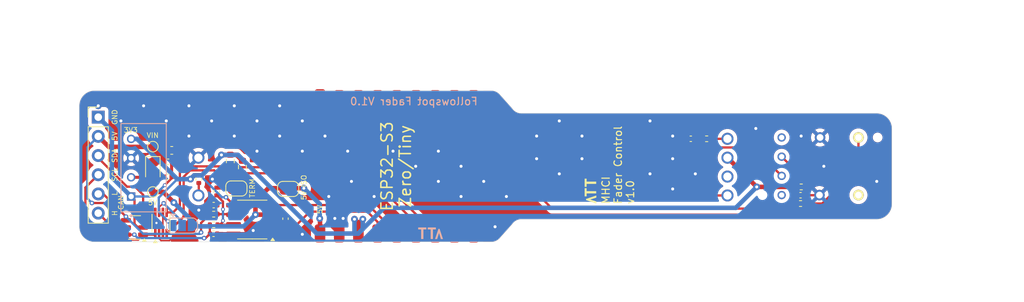
<source format=kicad_pcb>
(kicad_pcb (version 20240108) (generator "pcbnew") (generator_version "8.0")
  (layers (0 "F.Cu" signal) (31 "B.Cu" signal) (34 "B.Paste" user) (35 "F.Paste" user) (36 "B.SilkS" user "B.Silkscreen") (37 "F.SilkS" user "F.Silkscreen") (38 "B.Mask" user) (39 "F.Mask" user) (44 "Edge.Cuts" user))
  (net 0 "")
  (net 1 "+3V3")
  (net 2 "Net-(R1-A)")
  (net 3 "POT_LED")
  (net 4 "Net-(R1-Pad2)")
  (net 5 "Net-(SW1-A)")
  (net 6 "CANL")
  (net 7 "VIN")
  (net 8 "BUTTON_LED")
  (net 9 "Earth")
  (net 10 "POT")
  (net 11 "CANH")
  (net 12 "SDA")
  (net 13 "SCL")
  (net 14 "Net-(JP1-A)")
  (net 15 "/CANH_L")
  (net 16 "Net-(JP2-A)")
  (net 17 "/CANH_T")
  (net 18 "CAN_TX")
  (net 19 "CAN_RX")
  (net 20 "BUTTON")
  (net 21 "/ESP_32_GPIO_11")
  (net 22 "/ESP_32_UART_TX")
  (net 23 "/ESP_32_GPIO_12")
  (net 24 "+5V")
  (net 25 "/ESP_32_GPIO_13")
  (net 26 "/ESP_32_UART_RX")
  (net 27 "SDA_5")
  (net 28 "SCL_5")
  (net 29 "Net-(JP3-C)")
  (net 30 "/ESP_32_GPIO_06")
  (net 31 "/ESP_32_GPIO_05")
  (net 32 "GND")
  (footprint "Jumper:SolderJumper-2_P1.3mm_Open_RoundedPad1.0x1.5mm" (layer "F.Cu") (at 91.275 104.935)
    (property "Reference" "JP2" (hide yes))
    (property "Value" "Jumper_2_Open")
    (pad "1" smd custom (at -0.65 0) (size 1 0.5) (layers "F.Cu" "F.Mask") (net 16 "Net-(JP2-A)") (options (clearance outline) (anchor rect)) (primitives (gr_circle (center 0 0.25) (end 0.5 0.25) (width 0) (fill yes)) (gr_circle (center 0 -0.25) (end 0.5 -0.25) (width 0) (fill yes)) (gr_poly (pts (xy 0.5 0.75) (xy 0 0.75) (xy 0 -0.75) (xy 0.5 -0.75)) (width 0) (fill yes))))
    (pad "2" smd custom (at 0.65 0) (size 1 0.5) (layers "F.Cu" "F.Mask") (net 15 "/CANH_L") (options (clearance outline) (anchor rect)) (primitives (gr_circle (center 0 0.25) (end 0.5 0.25) (width 0) (fill yes)) (gr_circle (center 0 -0.25) (end 0.5 -0.25) (width 0) (fill yes)) (gr_poly (pts (xy 0 0.75) (xy -0.5 0.75) (xy -0.5 -0.75) (xy 0 -0.75)) (width 0) (fill yes))))
  )
  (footprint "Resistor_SMD:R_0402_1005Metric" (layer "F.Cu") (at 153.5 98.3625)
    (property "Reference" "R2" (hide yes))
    (property "Value" "220R")
    (pad "1" smd roundrect (at -0.51 0) (size 0.54 0.64) (layers "F.Cu" "F.Paste" "F.Mask") (net 10 "POT"))
    (pad "2" smd roundrect (at 0.51 0) (size 0.54 0.64) (layers "F.Cu" "F.Paste" "F.Mask") (net 4 "Net-(R1-Pad2)"))
  )
  (footprint "Capacitor_SMD:C_0402_1005Metric" (layer "F.Cu") (at 88.275 107.135 180)
    (property "Reference" "C2" (hide yes))
    (property "Value" "30pF")
    (pad "1" smd roundrect (at -0.48 0 180) (size 0.56 0.62) (layers "F.Cu" "F.Paste" "F.Mask") (net 32 "GND"))
    (pad "2" smd roundrect (at 0.48 0 180) (size 0.56 0.62) (layers "F.Cu" "F.Paste" "F.Mask") (net 6 "CANL"))
  )
  (footprint "Resistor_SMD:R_0402_1005Metric" (layer "F.Cu") (at 88.675 105.335 90)
    (property "Reference" "R8" (hide yes))
    (property "Value" "120R")
    (pad "1" smd roundrect (at -0.51 0 90) (size 0.54 0.64) (layers "F.Cu" "F.Paste" "F.Mask") (net 17 "/CANH_T"))
    (pad "2" smd roundrect (at 0.51 0 90) (size 0.54 0.64) (layers "F.Cu" "F.Paste" "F.Mask") (net 16 "Net-(JP2-A)"))
  )
  (footprint "Resistor_SMD:R_0402_1005Metric" (layer "F.Cu") (at 166.01 104.73 180)
    (property "Reference" "R4" (hide yes))
    (property "Value" "220R")
    (pad "1" smd roundrect (at -0.51 0 180) (size 0.54 0.64) (layers "F.Cu" "F.Paste" "F.Mask") (net 5 "Net-(SW1-A)"))
    (pad "2" smd roundrect (at 0.51 0 180) (size 0.54 0.64) (layers "F.Cu" "F.Paste" "F.Mask") (net 1 "+3V3"))
  )
  (footprint "Capacitor_SMD:C_0402_1005Metric" (layer "F.Cu") (at 82.245 101.4 180)
    (property "Reference" "C4" (hide yes))
    (property "Value" "1uF")
    (pad "1" smd roundrect (at -0.48 0 180) (size 0.56 0.62) (layers "F.Cu" "F.Paste" "F.Mask") (net 9 "Earth"))
    (pad "2" smd roundrect (at 0.48 0 180) (size 0.56 0.62) (layers "F.Cu" "F.Paste" "F.Mask") (net 7 "VIN"))
  )
  (footprint "MCHI:ESP-32-S3-Zero - SMD" (layer "F.Cu") (at 112.5 102 90)
    (property "Reference" "U2" (hide yes))
    (property "Value" "~")
    (pad "1" smd roundrect (at -8.89 -2.54 90) (size 2.4 1.4) (layers "F.Cu" "F.Paste" "F.Mask") (net 18 "CAN_TX"))
    (pad "2" smd roundrect (at -8.89 0 90) (size 2.4 1.4) (layers "F.Cu" "F.Paste" "F.Mask") (net 19 "CAN_RX"))
    (pad "3" smd roundrect (at -8.89 2.54 90) (size 2.4 1.4) (layers "F.Cu" "F.Paste" "F.Mask") (net 13 "SCL"))
    (pad "3V3" smd roundrect (at -8.89 -5.08 90) (size 2.4 1.4) (layers "F.Cu" "F.Paste" "F.Mask") (net 1 "+3V3"))
    (pad "4" smd roundrect (at -8.89 5.08 90) (size 2.4 1.4) (layers "F.Cu" "F.Paste" "F.Mask") (net 12 "SDA"))
    (pad "5" smd roundrect (at -8.89 7.62 90) (size 2.4 1.4) (layers "F.Cu" "F.Paste" "F.Mask") (net 31 "/ESP_32_GPIO_05"))
    (pad "5V" smd roundrect (at -8.89 -10.16 90) (size 2.4 1.4) (layers "F.Cu" "F.Paste" "F.Mask") (net 14 "Net-(JP1-A)"))
    (pad "6" smd roundrect (at -8.89 10.16 90) (size 2.4 1.4) (layers "F.Cu" "F.Paste" "F.Mask") (net 30 "/ESP_32_GPIO_06"))
    (pad "7" smd roundrect (at 8.89 10.16 90) (size 2.4 1.4) (layers "F.Cu" "F.Paste" "F.Mask") (net 10 "POT"))
    (pad "8" smd roundrect (at 8.89 7.62 90) (size 2.4 1.4) (layers "F.Cu" "F.Paste" "F.Mask") (net 8 "BUTTON_LED"))
    (pad "9" smd roundrect (at 8.89 5.08 90) (size 2.4 1.4) (layers "F.Cu" "F.Paste" "F.Mask") (net 3 "POT_LED"))
    (pad "10" smd roundrect (at 8.89 2.54 90) (size 2.4 1.4) (layers "F.Cu" "F.Paste" "F.Mask") (net 20 "BUTTON"))
    (pad "11" smd roundrect (at 8.89 0 90) (size 2.4 1.4) (layers "F.Cu" "F.Paste" "F.Mask") (net 21 "/ESP_32_GPIO_11"))
    (pad "12" smd roundrect (at 8.89 -2.54 90) (size 2.4 1.4) (layers "F.Cu" "F.Paste" "F.Mask") (net 23 "/ESP_32_GPIO_12"))
    (pad "13" smd roundrect (at 8.89 -5.08 90) (size 2.4 1.4) (layers "F.Cu" "F.Paste" "F.Mask") (net 25 "/ESP_32_GPIO_13"))
    (pad "GND" smd roundrect (at -8.89 -7.62 90) (size 2.4 1.4) (layers "F.Cu" "F.Paste" "F.Mask") (net 32 "GND"))
    (pad "RX" smd roundrect (at 8.89 -7.62 90) (size 2.4 1.4) (layers "F.Cu" "F.Paste" "F.Mask") (net 26 "/ESP_32_UART_RX"))
    (pad "TX" smd roundrect (at 9 -10.16 90) (size 2.4 1.4) (layers "F.Cu" "F.Paste" "F.Mask") (net 22 "/ESP_32_UART_TX"))
  )
  (footprint "Package_SO:SOIC-8_3.9x4.9mm_P1.27mm" (layer "F.Cu") (at 93.375 109.045 180)
    (property "Reference" "U5" (hide yes))
    (property "Value" "TJA1051T-3")
    (pad "1" smd roundrect (at -2.475 -1.905 180) (size 1.95 0.6) (layers "F.Cu" "F.Paste" "F.Mask") (net 18 "CAN_TX"))
    (pad "2" smd roundrect (at -2.475 -0.635 180) (size 1.95 0.6) (layers "F.Cu" "F.Paste" "F.Mask") (net 32 "GND"))
    (pad "3" smd roundrect (at -2.475 0.635 180) (size 1.95 0.6) (layers "F.Cu" "F.Paste" "F.Mask") (net 24 "+5V"))
    (pad "4" smd roundrect (at -2.475 1.905 180) (size 1.95 0.6) (layers "F.Cu" "F.Paste" "F.Mask") (net 19 "CAN_RX"))
    (pad "5" smd roundrect (at 2.475 1.905 180) (size 1.95 0.6) (layers "F.Cu" "F.Paste" "F.Mask") (net 1 "+3V3"))
    (pad "6" smd roundrect (at 2.475 0.635 180) (size 1.95 0.6) (layers "F.Cu" "F.Paste" "F.Mask") (net 15 "/CANH_L"))
    (pad "7" smd roundrect (at 2.475 -0.635 180) (size 1.95 0.6) (layers "F.Cu" "F.Paste" "F.Mask") (net 17 "/CANH_T"))
    (pad "8" smd roundrect (at 2.475 -1.905 180) (size 1.95 0.6) (layers "F.Cu" "F.Paste" "F.Mask") (net 32 "GND"))
  )
  (footprint "Jumper:SolderJumper-2_P1.3mm_Open_RoundedPad1.0x1.5mm" (layer "F.Cu") (at 98.124999 105 180)
    (property "Reference" "JP1" (hide yes))
    (property "Value" "Jumper_2_Open")
    (pad "1" smd custom (at -0.65 0 180) (size 1 0.5) (layers "F.Cu" "F.Mask") (net 14 "Net-(JP1-A)") (options (clearance outline) (anchor rect)) (primitives (gr_circle (center 0 0.25) (end 0.5 0.25) (width 0) (fill yes)) (gr_circle (center 0 -0.25) (end 0.5 -0.25) (width 0) (fill yes)) (gr_poly (pts (xy 0.5 0.75) (xy 0 0.75) (xy 0 -0.75) (xy 0.5 -0.75)) (width 0) (fill yes))))
    (pad "2" smd custom (at 0.65 0 180) (size 1 0.5) (layers "F.Cu" "F.Mask") (net 24 "+5V") (options (clearance outline) (anchor rect)) (primitives (gr_circle (center 0 0.25) (end 0.5 0.25) (width 0) (fill yes)) (gr_circle (center 0 -0.25) (end 0.5 -0.25) (width 0) (fill yes)) (gr_poly (pts (xy 0 0.75) (xy -0.5 0.75) (xy -0.5 -0.75) (xy 0 -0.75)) (width 0) (fill yes))))
  )
  (footprint "TestPoint:TestPoint_Pad_D1.0mm" (layer "F.Cu") (at 80.225 99.4 -90)
    (property "Reference" "TP1" (hide yes))
    (property "Value" "VIN")
    (pad "1" smd circle (at 0 0 270) (size 1 1) (layers "F.Cu" "F.Mask") (net 7 "VIN"))
  )
  (footprint "Package_SO:VSSOP-8_2.3x2mm_P0.5mm" (layer "F.Cu") (at 81.3 109.5 90)
    (property "Reference" "U4" (hide yes))
    (property "Value" "TXB0102DCU")
    (pad "1" smd roundrect (at -1.4 -0.75 90) (size 1.25 0.35) (layers "F.Cu" "F.Paste" "F.Mask") (net 28 "SCL_5"))
    (pad "2" smd roundrect (at -1.4 -0.25 90) (size 1.25 0.35) (layers "F.Cu" "F.Paste" "F.Mask") (net 32 "GND"))
    (pad "3" smd roundrect (at -1.4 0.25 90) (size 1.25 0.35) (layers "F.Cu" "F.Paste" "F.Mask") (net 1 "+3V3"))
    (pad "4" smd roundrect (at -1.4 0.75 90) (size 1.25 0.35) (layers "F.Cu" "F.Paste" "F.Mask") (net 13 "SCL"))
    (pad "5" smd roundrect (at 1.4 0.75 90) (size 1.25 0.35) (layers "F.Cu" "F.Paste" "F.Mask") (net 12 "SDA"))
    (pad "6" smd roundrect (at 1.4 0.25 90) (size 1.25 0.35) (layers "F.Cu" "F.Paste" "F.Mask") (net 1 "+3V3"))
    (pad "7" smd roundrect (at 1.4 -0.25 90) (size 1.25 0.35) (layers "F.Cu" "F.Paste" "F.Mask") (net 29 "Net-(JP3-C)"))
    (pad "8" smd roundrect (at 1.4 -0.75 90) (size 1.25 0.35) (layers "F.Cu" "F.Paste" "F.Mask") (net 27 "SDA_5"))
  )
  (footprint "Capacitor_SMD:C_0402_1005Metric" (layer "F.Cu") (at 82.225 103.4)
    (property "Reference" "C5" (hide yes))
    (property "Value" "100nF")
    (pad "1" smd roundrect (at -0.48 0) (size 0.56 0.62) (layers "F.Cu" "F.Paste" "F.Mask") (net 24 "+5V"))
    (pad "2" smd roundrect (at 0.48 0) (size 0.56 0.62) (layers "F.Cu" "F.Paste" "F.Mask") (net 9 "Earth"))
  )
  (footprint "Capacitor_SMD:C_0402_1005Metric" (layer "F.Cu") (at 165.92 105.83)
    (property "Reference" "C6" (hide yes))
    (property "Value" "1u")
    (pad "1" smd roundrect (at -0.48 0) (size 0.56 0.62) (layers "F.Cu" "F.Paste" "F.Mask") (net 20 "BUTTON"))
    (pad "2" smd roundrect (at 0.48 0) (size 0.56 0.62) (layers "F.Cu" "F.Paste" "F.Mask") (net 32 "GND"))
  )
  (footprint "Connector_PinHeader_2.54mm:PinHeader_1x06_P2.54mm_Vertical" (layer "F.Cu") (at 73 95.5)
    (property "Reference" "J1" (hide yes))
    (property "Value" "Conn_01x06")
    (pad "1" thru_hole rect (at 0 0) (size 1.7 1.7) (drill 1) (layers "*.Cu" "*.Mask") (net 9 "Earth"))
    (pad "2" thru_hole oval (at 0 2.54) (size 1.7 1.7) (drill 1) (layers "*.Cu" "*.Mask") (net 7 "VIN"))
    (pad "3" thru_hole oval (at 0 5.08) (size 1.7 1.7) (drill 1) (layers "*.Cu" "*.Mask") (net 27 "SDA_5"))
    (pad "4" thru_hole oval (at 0 7.62) (size 1.7 1.7) (drill 1) (layers "*.Cu" "*.Mask") (net 28 "SCL_5"))
    (pad "5" thru_hole oval (at 0 10.16) (size 1.7 1.7) (drill 1) (layers "*.Cu" "*.Mask") (net 6 "CANL"))
    (pad "6" thru_hole oval (at 0 12.7) (size 1.7 1.7) (drill 1) (layers "*.Cu" "*.Mask") (net 11 "CANH"))
  )
  (footprint "Resistor_SMD:R_0402_1005Metric" (layer "F.Cu") (at 86.3 103.7 90)
    (property "Reference" "R3" (hide yes))
    (property "Value" "220R")
    (pad "1" smd roundrect (at -0.51 0 90) (size 0.54 0.64) (layers "F.Cu" "F.Paste" "F.Mask") (net 2 "Net-(R1-A)"))
    (pad "2" smd roundrect (at 0.51 0 90) (size 0.54 0.64) (layers "F.Cu" "F.Paste" "F.Mask") (net 1 "+3V3"))
  )
  (footprint "Package_TO_SOT_SMD:SOT-23-6" (layer "F.Cu") (at 77.8 110.1 180)
    (property "Reference" "U3" (hide yes))
    (property "Value" "SRV05-4")
    (pad "1" smd roundrect (at -1.1375 -0.95 180) (size 1.325 0.6) (layers "F.Cu" "F.Paste" "F.Mask") (net 28 "SCL_5"))
    (pad "2" smd roundrect (at -1.1375 0 180) (size 1.325 0.6) (layers "F.Cu" "F.Paste" "F.Mask") (net 9 "Earth"))
    (pad "3" smd roundrect (at -1.1375 0.95 180) (size 1.325 0.6) (layers "F.Cu" "F.Paste" "F.Mask") (net 27 "SDA_5"))
    (pad "4" smd roundrect (at 1.1375 0.95 180) (size 1.325 0.6) (layers "F.Cu" "F.Paste" "F.Mask") (net 6 "CANL"))
    (pad "5" smd roundrect (at 1.1375 0 180) (size 1.325 0.6) (layers "F.Cu" "F.Paste" "F.Mask") (net 7 "VIN"))
    (pad "6" smd roundrect (at 1.1375 -0.95 180) (size 1.325 0.6) (layers "F.Cu" "F.Paste" "F.Mask") (net 11 "CANH"))
  )
  (footprint "Capacitor_SMD:C_0402_1005Metric" (layer "F.Cu") (at 97.775 108.935 -90)
    (property "Reference" "C1" (hide yes))
    (property "Value" "100nF")
    (pad "1" smd roundrect (at -0.48 0 270) (size 0.56 0.62) (layers "F.Cu" "F.Paste" "F.Mask") (net 24 "+5V"))
    (pad "2" smd roundrect (at 0.48 0 270) (size 0.56 0.62) (layers "F.Cu" "F.Paste" "F.Mask") (net 32 "GND"))
  )
  (footprint "Capacitor_SMD:C_0402_1005Metric" (layer "F.Cu") (at 88.255 110.935)
    (property "Reference" "C8" (hide yes))
    (property "Value" "30pF")
    (pad "1" smd roundrect (at -0.48 0) (size 0.56 0.62) (layers "F.Cu" "F.Paste" "F.Mask") (net 11 "CANH"))
    (pad "2" smd roundrect (at 0.48 0) (size 0.56 0.62) (layers "F.Cu" "F.Paste" "F.Mask") (net 32 "GND"))
  )
  (footprint "Diode_SMD:D_0805_2012Metric" (layer "F.Cu") (at 80.225 102.4 -90)
    (property "Reference" "FB1" (hide yes))
    (property "Value" "FerriteBead")
    (pad "1" smd roundrect (at -0.9375 0 270) (size 0.975 1.4) (layers "F.Cu" "F.Paste" "F.Mask") (net 7 "VIN"))
    (pad "2" smd roundrect (at 0.9375 0 270) (size 0.975 1.4) (layers "F.Cu" "F.Paste" "F.Mask") (net 24 "+5V"))
  )
  (footprint "Resistor_SMD:R_0603_1608Metric" (layer "F.Cu") (at 90.474999 101.3 -90)
    (property "Reference" "R5" (hide yes))
    (property "Value" "4K7")
    (pad "1" smd roundrect (at -0.825 0 270) (size 0.8 0.95) (layers "F.Cu" "F.Paste" "F.Mask") (net 1 "+3V3"))
    (pad "2" smd roundrect (at 0.825 0 270) (size 0.8 0.95) (layers "F.Cu" "F.Paste" "F.Mask") (net 12 "SDA"))
  )
  (footprint "TestPoint:TestPoint_Pad_D1.0mm" (layer "F.Cu") (at 80.225 105.4 -90)
    (property "Reference" "TP2" (hide yes))
    (property "Value" "5V")
    (pad "1" smd circle (at 0 0 270) (size 1 1) (layers "F.Cu" "F.Mask") (net 24 "+5V"))
  )
  (footprint "Resistor_SMD:R_0402_1005Metric" (layer "F.Cu") (at 88.275 108.335 180)
    (property "Reference" "R10" (hide yes))
    (property "Value" "0R")
    (pad "1" smd roundrect (at -0.51 0 180) (size 0.54 0.64) (layers "F.Cu" "F.Paste" "F.Mask") (net 15 "/CANH_L"))
    (pad "2" smd roundrect (at 0.51 0 180) (size 0.54 0.64) (layers "F.Cu" "F.Paste" "F.Mask") (net 6 "CANL"))
  )
  (footprint "Capacitor_SMD:C_0402_1005Metric" (layer "F.Cu") (at 151.4 98.3625 180)
    (property "Reference" "C7" (hide yes))
    (property "Value" "100nF")
    (pad "1" smd roundrect (at -0.48 0 180) (size 0.56 0.62) (layers "F.Cu" "F.Paste" "F.Mask") (net 10 "POT"))
    (pad "2" smd roundrect (at 0.48 0 180) (size 0.56 0.62) (layers "F.Cu" "F.Paste" "F.Mask") (net 32 "GND"))
  )
  (footprint "Resistor_SMD:R_0402_1005Metric" (layer "F.Cu") (at 165.92 106.93)
    (property "Reference" "R7" (hide yes))
    (property "Value" "10K")
    (pad "1" smd roundrect (at -0.51 0) (size 0.54 0.64) (layers "F.Cu" "F.Paste" "F.Mask") (net 1 "+3V3"))
    (pad "2" smd roundrect (at 0.51 0) (size 0.54 0.64) (layers "F.Cu" "F.Paste" "F.Mask") (net 20 "BUTTON"))
  )
  (footprint "Capacitor_SMD:C_0603_1608Metric" (layer "F.Cu") (at 82.725 99.9)
    (property "Reference" "C3" (hide yes))
    (property "Value" "10uF")
    (pad "1" smd roundrect (at -0.775 0) (size 0.9 0.95) (layers "F.Cu" "F.Paste" "F.Mask") (net 7 "VIN"))
    (pad "2" smd roundrect (at 0.775 0) (size 0.9 0.95) (layers "F.Cu" "F.Paste" "F.Mask") (net 9 "Earth"))
  )
  (footprint "Resistor_SMD:R_0603_1608Metric" (layer "F.Cu") (at 92.074999 102.1 -90)
    (property "Reference" "R6" (hide yes))
    (property "Value" "4K7")
    (pad "1" smd roundrect (at -0.825 0 270) (size 0.8 0.95) (layers "F.Cu" "F.Paste" "F.Mask") (net 1 "+3V3"))
    (pad "2" smd roundrect (at 0.825 0 270) (size 0.8 0.95) (layers "F.Cu" "F.Paste" "F.Mask") (net 13 "SCL"))
  )
  (footprint "Resistor_SMD:R_0402_1005Metric" (layer "F.Cu") (at 88.275 109.735)
    (property "Reference" "R9" (hide yes))
    (property "Value" "0R")
    (pad "1" smd roundrect (at -0.51 0) (size 0.54 0.64) (layers "F.Cu" "F.Paste" "F.Mask") (net 11 "CANH"))
    (pad "2" smd roundrect (at 0.51 0) (size 0.54 0.64) (layers "F.Cu" "F.Paste" "F.Mask") (net 17 "/CANH_T"))
  )
  (footprint "FaderLibrary:Linear Potentiometer LED 60mm" (layer "B.Cu") (at 121.25 92.1125 180)
    (property "Reference" "R1" (hide yes))
    (property "Value" "~")
    (pad "" thru_hole circle (at -35 -11.25 180) (size 1.6 1.6) (drill 1.1) (layers "*.Cu" "*.Mask"))
    (pad "1" thru_hole circle (at -35 -8.75 180) (size 1.6 1.6) (drill 1.1) (layers "*.Cu" "*.Mask") (net 1 "+3V3"))
    (pad "2" thru_hole circle (at -35 -6.25 180) (size 1.6 1.6) (drill 1.1) (layers "*.Cu" "*.Mask") (net 4 "Net-(R1-Pad2)"))
    (pad "3" thru_hole circle (at 35 -8.75) (size 1.6 1.6) (drill 1.1) (layers "*.Cu" "*.Mask") (net 32 "GND"))
    (pad "4" thru_hole circle (at -35 -13.75 180) (size 1.6 1.6) (drill 1.1) (layers "*.Cu" "*.Mask") (net 3 "POT_LED"))
    (pad "5" thru_hole circle (at 35 -13.75) (size 1.6 1.6) (drill 1.1) (layers "*.Cu" "*.Mask") (net 2 "Net-(R1-A)"))
  )
  (footprint "Jumper:SolderJumper-3_P1.3mm_Open_RoundedPad1.0x1.5mm" (layer "B.Cu") (at 84.1 109.8425)
    (property "Reference" "JP3" (hide yes))
    (property "Value" "SolderJumper_3_Open")
    (pad "1" smd custom (at -1.3 0) (size 1 0.5) (layers "B.Cu" "B.Mask") (net 1 "+3V3") (options (clearance outline) (anchor rect)) (primitives (gr_circle (center 0 -0.25) (end 0.5 -0.25) (width 0) (fill yes)) (gr_circle (center 0 0.25) (end 0.5 0.25) (width 0) (fill yes)) (gr_poly (pts (xy 0.55 -0.75) (xy 0 -0.75) (xy 0 0.75) (xy 0.55 0.75)) (width 0) (fill yes))))
    (pad "2" smd rect (at 0 0) (size 1 1.5) (layers "B.Cu" "B.Mask") (net 29 "Net-(JP3-C)"))
    (pad "3" smd custom (at 1.3 0) (size 1 0.5) (layers "B.Cu" "B.Mask") (net 24 "+5V") (options (clearance outline) (anchor rect)) (primitives (gr_circle (center 0 -0.25) (end 0.5 -0.25) (width 0) (fill yes)) (gr_circle (center 0 0.25) (end 0.5 0.25) (width 0) (fill yes)) (gr_poly (pts (xy 0 -0.75) (xy -0.55 -0.75) (xy -0.55 0.75) (xy 0 0.75)) (width 0) (fill yes))))
  )
  (footprint "MCHI:SP86N_AB Switch" (layer "B.Cu") (at 168.5 102 -90)
    (property "Reference" "SW1" (hide yes))
    (property "Value" "SW_Push_LED")
    (pad "" np_thru_hole circle (at -3.81 -7.62 270) (size 1.1 1.1) (drill 1.1) (layers "F&B.Cu" "*.Mask"))
    (pad "" thru_hole circle (at -3.81 5.08 270) (size 1.1 1.1) (drill 0.7) (layers "*.Cu" "*.Mask"))
    (pad "" thru_hole circle (at 3.81 5.08 270) (size 1.1 1.1) (drill 0.7) (layers "*.Cu" "*.Mask"))
    (pad "" np_thru_hole circle (at 3.81 7.62 270) (size 1.1 1.1) (drill 1.1) (layers "F&B.Cu" "*.Mask"))
    (pad "1" thru_hole circle (at -3.81 0 270) (size 1.4 1.4) (drill 0.9) (layers "*.Cu" "*.Mask") (net 32 "GND"))
    (pad "1" thru_hole circle (at 3.81 0.08 270) (size 1.4 1.4) (drill 0.9) (layers "*.Cu" "*.Mask") (net 32 "GND"))
    (pad "2" thru_hole circle (at -3.81 -5.08 270) (size 1.4 1.4) (drill 0.9) (layers "*.Cu" "*.Mask" "F.SilkS") (net 20 "BUTTON"))
    (pad "3" thru_hole circle (at 1.27 5.08 270) (size 1.1 1.1) (drill 0.7) (layers "*.Cu" "*.Mask") (net 8 "BUTTON_LED"))
    (pad "4" thru_hole circle (at -1.27 5.08 270) (size 1.1 1.1) (drill 0.7) (layers "*.Cu" "*.Mask") (net 5 "Net-(SW1-A)"))
    (pad "5" thru_hole circle (at 3.81 -5.08 270) (size 1.4 1.4) (drill 0.9) (layers "*.Cu" "*.Mask" "F.SilkS"))
  )
  (footprint "MCHI:CONV_TBA1-0510" (layer "B.Cu") (at 79 102.19 90)
    (property "Reference" "PS1" (hide yes))
    (property "Value" "TBA1-0510")
    (pad "1" thru_hole rect (at -3.81 -1.65 90) (size 1.11 1.11) (drill 0.71) (layers "*.Cu" "*.Mask") (net 9 "Earth"))
    (pad "2" thru_hole circle (at -1.27 -1.65 90) (size 1.11 1.11) (drill 0.71) (layers "*.Cu" "*.Mask") (net 24 "+5V"))
    (pad "3" thru_hole circle (at 1.27 -1.65 90) (size 1.11 1.11) (drill 0.71) (layers "*.Cu" "*.Mask") (net 32 "GND"))
    (pad "4" thru_hole circle (at 3.81 -1.65 90) (size 1.11 1.11) (drill 0.71) (layers "*.Cu" "*.Mask") (net 1 "+3V3"))
  )
  (gr_poly (pts (xy 117.59 111.61) (xy 118.03 110.3) (xy 118.14 110.3) (xy 118.58 111.61) (xy 118.35 111.61) (xy 118.09 110.74) (xy 117.82 111.61)) (stroke (width 0.05)) (fill solid) (layer "B.SilkS"))
  (gr_poly (pts (xy 138.869997 105.899998) (xy 137.559999 106.34) (xy 137.559998 106.45) (xy 138.869997 106.889998) (xy 138.869999 106.66) (xy 138 106.4) (xy 138.869997 106.13)) (stroke (width 0.05)) (fill solid) (layer "F.SilkS"))
  (gr_line (start 126.06066 111.56066) (end 127.751925 109.66795) (stroke (width 0.05)) (layer "Edge.Cuts"))
  (gr_arc (start 178 107) (mid 177.414214 108.414214) (end 176 109) (stroke (width 0.05)) (layer "Edge.Cuts"))
  (gr_line (start 72.5 92) (end 125 92) (stroke (width 0.05)) (layer "Edge.Cuts"))
  (gr_arc (start 129 95) (mid 128.292213 94.822511) (end 127.751925 94.33205) (stroke (width 0.05)) (layer "Edge.Cuts"))
  (gr_line (start 70.5 110) (end 70.5 94) (stroke (width 0.05)) (layer "Edge.Cuts"))
  (gr_arc (start 127.751925 109.66795) (mid 128.292213 109.177489) (end 129 109) (stroke (width 0.05)) (layer "Edge.Cuts"))
  (gr_arc (start 126.06066 111.56066) (mid 125.574025 111.885819) (end 125 112) (stroke (width 0.05)) (layer "Edge.Cuts"))
  (gr_arc (start 125 92) (mid 125.574025 92.114181) (end 126.06066 92.43934) (stroke (width 0.05)) (layer "Edge.Cuts"))
  (gr_line (start 125 112) (end 72.5 112) (stroke (width 0.05)) (layer "Edge.Cuts"))
  (gr_line (start 129 95) (end 176 95) (stroke (width 0.05)) (layer "Edge.Cuts"))
  (gr_line (start 178 97) (end 178 107) (stroke (width 0.05)) (layer "Edge.Cuts"))
  (gr_arc (start 176 95) (mid 177.414214 95.585786) (end 178 97) (stroke (width 0.05)) (layer "Edge.Cuts"))
  (gr_line (start 126.06066 92.43934) (end 127.751925 94.33205) (stroke (width 0.05)) (layer "Edge.Cuts"))
  (gr_arc (start 72.5 112) (mid 71.085786 111.414214) (end 70.5 110) (stroke (width 0.05)) (layer "Edge.Cuts"))
  (gr_arc (start 70.5 94) (mid 71.085786 92.585786) (end 72.5 92) (stroke (width 0.05)) (layer "Edge.Cuts"))
  (gr_line (start 176 109) (end 129 109) (stroke (width 0.05)) (layer "Edge.Cuts"))
  (gr_text "TT" (at 116.5 111 0) (layer "B.SilkS") (effects (font (size 1.5 1.5) (thickness 0.3) (bold yes)) (justify mirror)))
  (gr_text "Followspot Fader V1.0" (at 114.75 94 0) (layer "B.SilkS") (effects (font (size 1 1)) (justify bottom mirror)))
  (gr_text "5V" (at 102.7 107.7 90) (layer "F.SilkS") (effects (font (size 0.66 0.66) (thickness 0.1)) (justify bottom)))
  (gr_text "5V" (at 74.8 98 90) (layer "F.SilkS") (effects (font (size 0.66 0.66) (thickness 0.1)) (justify top)))
  (gr_text "TERM" (at 93 104.9 90) (layer "F.SilkS") (effects (font (size 0.66 0.66) (thickness 0.1)) (justify top)))
  (gr_text "GND" (at 74.8 95.5 90) (layer "F.SilkS") (effects (font (size 0.66 0.66) (thickness 0.1)) (justify top)))
  (gr_text "5V ISO" (at 100.6 104.8 90) (layer "F.SilkS") (effects (font (size 0.66 0.66) (thickness 0.1)) (justify bottom)))
  (gr_text "SDA" (at 74.8 100.6 90) (layer "F.SilkS") (effects (font (size 0.66 0.66) (thickness 0.1)) (justify top)))
  (gr_text "3V3" (at 77.3 97.6 0) (layer "F.SilkS") (effects (font (size 0.66 0.66) (thickness 0.1)) (justify bottom)))
  (gr_text "5V" (at 80.2 107.2 0) (layer "F.SilkS") (effects (font (size 0.66 0.66) (thickness 0.1)) (justify bottom)))
  (gr_text "MHCI\nFader Control\nv1.0" (at 143.969997 107.099999 90) (layer "F.SilkS") (effects (font (size 1 1)) (justify left bottom)))
  (gr_text "L" (at 74.8 105.6 90) (layer "F.SilkS") (effects (font (size 0.66 0.66) (thickness 0.1)) (justify top)))
  (gr_text "TT" (at 138.26 104.81 90) (layer "F.SilkS") (effects (font (size 1.5 1.5) (thickness 0.3) (bold yes))))
  (gr_text "ESP32-S3\nZero/Tiny" (at 114.5 102 90) (layer "F.SilkS") (effects (font (size 1.5 1.5) (thickness 0.2)) (justify bottom)))
  (gr_text "VIN" (at 80.2 98.3 0) (layer "F.SilkS") (effects (font (size 0.66 0.66) (thickness 0.1)) (justify bottom)))
  (gr_text "SCL" (at 74.8 103.1 90) (layer "F.SilkS") (effects (font (size 0.66 0.66) (thickness 0.1)) (justify top)))
  (gr_text "CAN" (at 76.4 106.8 90) (layer "F.SilkS") (effects (font (size 0.66 0.66) (thickness 0.1)) (justify bottom)))
  (gr_text "H" (at 74.8 108.2 90) (layer "F.SilkS") (effects (font (size 0.66 0.66) (thickness 0.1)) (justify top)))
  (segment (start 85.71 103.19) (end 86.3 103.19) (width 0.6) (layer "F.Cu") (net 1))
  (segment (start 160.1175 104.73) (end 165.5 104.73) (width 0.6) (layer "F.Cu") (net 1))
  (segment (start 90.9 107.14) (end 90.9 107.1) (width 0.3) (layer "F.Cu") (net 1))
  (segment (start 90.9 107.1) (end 89.9 106.1) (width 0.3) (layer "F.Cu") (net 1))
  (segment (start 85.2 103.7) (end 85.71 103.19) (width 0.6) (layer "F.Cu") (net 1))
  (segment (start 81.55 108.1) (end 81.55 110.9) (width 0.2) (layer "F.Cu") (net 1))
  (segment (start 107.42 110.89) (end 107.42 109.52) (width 0.6) (layer "F.Cu") (net 1))
  (segment (start 164.81 105.42) (end 165.5 104.73) (width 0.3) (layer "F.Cu") (net 1))
  (segment (start 89.3 100.5) (end 90.449999 100.5) (width 0.6) (layer "F.Cu") (net 1))
  (segment (start 81.55 108.1) (end 81.55 108.775432) (width 0.2) (layer "F.Cu") (net 1))
  (segment (start 91.274999 100.475) (end 92.074999 101.275) (width 0.6) (layer "F.Cu") (net 1))
  (segment (start 107.42 109.58) (end 108 109) (width 0.6) (layer "F.Cu") (net 1))
  (segment (start 165.41 106.93) (end 164.81 106.33) (width 0.3) (layer "F.Cu") (net 1))
  (segment (start 107.42 110.89) (end 107.42 109.58) (width 0.6) (layer "F.Cu") (net 1))
  (segment (start 164.81 106.33) (end 164.81 105.42) (width 0.3) (layer "F.Cu") (net 1))
  (segment (start 90.449999 100.5) (end 90.474999 100.475) (width 0.6) (layer "F.Cu") (net 1))
  (segment (start 82.045818 109.27125) (end 82.22875 109.27125) (width 0.2) (layer "F.Cu") (net 1))
  (segment (start 156.25 100.8625) (end 160.1175 104.73) (width 0.6) (layer "F.Cu") (net 1))
  (segment (start 90.474999 100.475) (end 91.274999 100.475) (width 0.6) (layer "F.Cu") (net 1))
  (segment (start 81.55 108.775432) (end 82.045818 109.27125) (width 0.2) (layer "F.Cu") (net 1))
  (segment (start 107.42 109.52) (end 106.9 109) (width 0.6) (layer "F.Cu") (net 1))
  (via (at 108 109) (size 0.9) (drill 0.4) (layers "F.Cu" "B.Cu") (net 1))
  (via (at 106.9 109) (size 0.9) (drill 0.4) (layers "F.Cu" "B.Cu") (net 1))
  (via (at 160.1175 104.73) (size 0.9) (drill 0.4) (layers "F.Cu" "B.Cu") (net 1))
  (via (at 89.9 106.1) (size 0.6) (drill 0.3) (layers "F.Cu" "B.Cu") (net 1))
  (via (at 85.2 103.7) (size 0.9) (drill 0.4) (layers "F.Cu" "B.Cu") (net 1))
  (via (at 89.3 100.5) (size 0.9) (drill 0.4) (layers "F.Cu" "B.Cu") (net 1))
  (via (at 82.22875 109.27125) (size 0.6) (drill 0.3) (layers "F.Cu" "B.Cu") (net 1))
  (segment (start 106.9 110.9) (end 107.4 110.9) (width 0.6) (layer "B.Cu") (net 1))
  (segment (start 108 109) (end 108 110.3) (width 0.6) (layer "B.Cu") (net 1))
  (segment (start 89.4 100.5) (end 91.5 100.5) (width 0.6) (layer "B.Cu") (net 1))
  (segment (start 78.134888 98.38) (end 77.35 98.38) (width 0.6) (layer "B.Cu") (net 1))
  (segment (start 85.2 103.7) (end 85.7 103.2) (width 0.6) (layer "B.Cu") (net 1))
  (segment (start 82.8 109.8425) (end 82.22875 109.27125) (width 0.3) (layer "B.Cu") (net 1))
  (segment (start 89.3 100.6) (end 89.3 100.5) (width 0.6) (layer "B.Cu") (net 1))
  (segment (start 107.4 110.9) (end 110.8 107.5) (width 0.6) (layer "B.Cu") (net 1))
  (segment (start 89.368629 106.1) (end 86.7 103.431371) (width 0.3) (layer "B.Cu") (net 1))
  (segment (start 86.7 103.431371) (end 86.7 103.2) (width 0.3) (layer "B.Cu") (net 1))
  (segment (start 86.7 103.2) (end 89.4 100.5) (width 0.6) (layer "B.Cu") (net 1))
  (segment (start 101.9 110.9) (end 107.4 110.9) (width 0.6) (layer "B.Cu") (net 1))
  (segment (start 86.7 103.2) (end 89.3 100.6) (width 0.6) (layer "B.Cu") (net 1))
  (segment (start 157.3475 107.5) (end 160.1175 104.73) (width 0.6) (layer "B.Cu") (net 1))
  (segment (start 91.5 100.5) (end 101.9 110.9) (width 0.6) (layer "B.Cu") (net 1))
  (segment (start 106.9 109) (end 106.9 110.9) (width 0.6) (layer "B.Cu") (net 1))
  (segment (start 81.009546 108.052046) (end 81.009546 106.145342) (width 0.3) (layer "B.Cu") (net 1))
  (segment (start 82.22875 109.27125) (end 81.009546 108.052046) (width 0.3) (layer "B.Cu") (net 1))
  (segment (start 85.7 103.2) (end 86.7 103.2) (width 0.6) (layer "B.Cu") (net 1))
  (segment (start 81.009546 106.145342) (end 83.454888 103.7) (width 0.3) (layer "B.Cu") (net 1))
  (segment (start 89.9 106.1) (end 89.368629 106.1) (width 0.3) (layer "B.Cu") (net 1))
  (segment (start 108 110.3) (end 107.4 110.9) (width 0.6) (layer "B.Cu") (net 1))
  (segment (start 110.8 107.5) (end 157.3475 107.5) (width 0.6) (layer "B.Cu") (net 1))
  (segment (start 83.454888 103.7) (end 78.134888 98.38) (width 0.6) (layer "B.Cu") (net 1))
  (segment (start 85.2 103.7) (end 83.454888 103.7) (width 0.6) (layer "B.Cu") (net 1))
  (segment (start 86.3 104.21) (end 86.3 105.8125) (width 0.3) (layer "F.Cu") (net 2))
  (segment (start 86.3 105.8125) (end 86.25 105.8625) (width 0.3) (layer "F.Cu") (net 2))
  (segment (start 119.27 94.8) (end 121 94.8) (width 0.3) (layer "F.Cu") (net 3))
  (segment (start 121 94.8) (end 132.0625 105.8625) (width 0.3) (layer "F.Cu") (net 3))
  (segment (start 132.0625 105.8625) (end 156.25 105.8625) (width 0.3) (layer "F.Cu") (net 3))
  (segment (start 117.58 93.11) (end 119.27 94.8) (width 0.3) (layer "F.Cu") (net 3))
  (segment (start 154.01 98.3625) (end 156.25 98.3625) (width 0.3) (layer "F.Cu") (net 4))
  (segment (start 166.52 103.83) (end 163.42 100.73) (width 0.3) (layer "F.Cu") (net 5))
  (segment (start 166.52 104.73) (end 166.52 103.83) (width 0.3) (layer "F.Cu") (net 5))
  (segment (start 86.6 110.75) (end 86.6 109.5) (width 0.3) (layer "F.Cu") (net 6))
  (segment (start 87.765 107.165) (end 87.795 107.135) (width 0.3) (layer "F.Cu") (net 6))
  (segment (start 76.6625 108.6625) (end 73.66 105.66) (width 0.3) (layer "F.Cu") (net 6))
  (segment (start 86.6 109.5) (end 87.765 108.335) (width 0.3) (layer "F.Cu") (net 6))
  (segment (start 87.765 108.335) (end 87.765 107.165) (width 0.3) (layer "F.Cu") (net 6))
  (segment (start 76.6625 109.15) (end 76.6625 108.6625) (width 0.3) (layer "F.Cu") (net 6))
  (segment (start 73.66 105.66) (end 73 105.66) (width 0.3) (layer "F.Cu") (net 6))
  (via (at 76.6625 108.6625) (size 0.6) (drill 0.3) (layers "F.Cu" "B.Cu") (net 6))
  (via (at 86.6 110.75) (size 0.6) (drill 0.3) (layers "F.Cu" "B.Cu") (net 6))
  (segment (start 78.9475 110.9475) (end 86.4025 110.9475) (width 0.3) (layer "B.Cu") (net 6))
  (segment (start 86.4025 110.9475) (end 86.6 110.75) (width 0.3) (layer "B.Cu") (net 6))
  (segment (start 76.6625 108.6625) (end 78.9475 110.9475) (width 0.3) (layer "B.Cu") (net 6))
  (segment (start 73 105.9) (end 73 105.66) (width 0.3) (layer "B.Cu") (net 6))
  (segment (start 74.7 107.8) (end 74.7 108.6) (width 0.3) (layer "F.Cu") (net 7))
  (segment (start 74.7 108.6) (end 76.2 110.1) (width 0.3) (layer "F.Cu") (net 7))
  (segment (start 74.395 99.435) (end 80.19 99.435) (width 0.6) (layer "F.Cu") (net 7))
  (segment (start 73.76 106.86) (end 74.7 107.8) (width 0.3) (layer "F.Cu") (net 7))
  (segment (start 80.19 99.435) (end 80.225 99.4) (width 0.6) (layer "F.Cu") (net 7))
  (segment (start 73 98.04) (end 74.395 99.435) (width 0.6) (layer "F.Cu") (net 7))
  (segment (start 76.2 110.1) (end 76.6625 110.1) (width 0.3) (layer "F.Cu") (net 7))
  (segment (start 72.16 106.86) (end 73.76 106.86) (width 0.3) (layer "F.Cu") (net 7))
  (via (at 72.16 106.86) (size 0.6) (drill 0.3) (layers "F.Cu" "B.Cu") (net 7))
  (segment (start 72.16 106.86) (end 71.55 106.25) (width 0.3) (layer "B.Cu") (net 7))
  (segment (start 71.55 99.49) (end 73 98.04) (width 0.3) (layer "B.Cu") (net 7))
  (segment (start 71.55 106.25) (end 71.55 99.49) (width 0.3) (layer "B.Cu") (net 7))
  (segment (start 159.6625 99.5125) (end 126.5225 99.5125) (width 0.3) (layer "F.Cu") (net 8))
  (segment (start 126.5225 99.5125) (end 120.12 93.11) (width 0.3) (layer "F.Cu") (net 8))
  (segment (start 163.42 103.27) (end 159.6625 99.5125) (width 0.3) (layer "F.Cu") (net 8))
  (segment (start 83.5 100.625) (end 82.725 101.4) (width 0.4) (layer "F.Cu") (net 9))
  (segment (start 82.705 103.4) (end 82.705 101.42) (width 0.4) (layer "F.Cu") (net 9))
  (segment (start 77.5 106) (end 77.35 106) (width 0.3) (layer "F.Cu") (net 9))
  (segment (start 77.8 109.624999) (end 77.8 106.45) (width 0.3) (layer "F.Cu") (net 9))
  (segment (start 77.8 106.45) (end 77.35 106) (width 0.3) (layer "F.Cu") (net 9))
  (segment (start 83.5 99.9) (end 83.5 100.625) (width 0.4) (layer "F.Cu") (net 9))
  (segment (start 78.275001 110.1) (end 77.8 109.624999) (width 0.3) (layer "F.Cu") (net 9))
  (segment (start 82.705 101.42) (end 82.725 101.4) (width 0.4) (layer "F.Cu") (net 9))
  (segment (start 81.8 104.5) (end 82.705 103.595) (width 0.3) (layer "F.Cu") (net 9))
  (segment (start 82.705 103.595) (end 82.705 103.4) (width 0.3) (layer "F.Cu") (net 9))
  (segment (start 78.9375 110.1) (end 78.275001 110.1) (width 0.3) (layer "F.Cu") (net 9))
  (via (at 81.8 104.5) (size 0.5) (drill 0.3) (layers "F.Cu" "B.Cu") (net 9))
  (segment (start 80.3 106) (end 77.35 106) (width 0.3) (layer "B.Cu") (net 9))
  (segment (start 74.8 97.3) (end 74.8 103.45) (width 0.6) (layer "B.Cu") (net 9))
  (segment (start 74.8 103.45) (end 77.35 106) (width 0.6) (layer "B.Cu") (net 9))
  (segment (start 73 95.5) (end 74.8 97.3) (width 0.6) (layer "B.Cu") (net 9))
  (segment (start 81.8 104.5) (end 80.3 106) (width 0.3) (layer "B.Cu") (net 9))
  (segment (start 151.88 98.052501) (end 150.827499 97) (width 0.3) (layer "F.Cu") (net 10))
  (segment (start 126.55 97) (end 122.66 93.11) (width 0.3) (layer "F.Cu") (net 10))
  (segment (start 152.99 98.3625) (end 151.88 98.3625) (width 0.3) (layer "F.Cu") (net 10))
  (segment (start 150.827499 97) (end 126.55 97) (width 0.3) (layer "F.Cu") (net 10))
  (segment (start 151.88 98.3625) (end 151.88 98.052501) (width 0.3) (layer "F.Cu") (net 10))
  (segment (start 87.765 110.925) (end 87.775 110.935) (width 0.3) (layer "F.Cu") (net 11))
  (segment (start 73 108.2) (end 75.85 111.05) (width 0.3) (layer "F.Cu") (net 11))
  (segment (start 87.21 111.5) (end 87.775 110.935) (width 0.3) (layer "F.Cu") (net 11))
  (segment (start 75.85 111.05) (end 76.6625 111.05) (width 0.3) (layer "F.Cu") (net 11))
  (segment (start 87 111.5) (end 87.21 111.5) (width 0.3) (layer "F.Cu") (net 11))
  (segment (start 76.6625 111.05) (end 77.775001 111.05) (width 0.3) (layer "F.Cu") (net 11))
  (segment (start 87.765 109.735) (end 87.765 110.925) (width 0.3) (layer "F.Cu") (net 11))
  (via (at 77.775001 111.05) (size 0.6) (drill 0.3) (layers "F.Cu" "B.Cu") (net 11))
  (via (at 87 111.5) (size 0.6) (drill 0.3) (layers "F.Cu" "B.Cu") (net 11))
  (segment (start 87 111.5) (end 78.225001 111.5) (width 0.3) (layer "B.Cu") (net 11))
  (segment (start 78.225001 111.5) (end 77.775001 111.05) (width 0.3) (layer "B.Cu") (net 11))
  (segment (start 90.474999 102.125) (end 108.815 102.125) (width 0.3) (layer "F.Cu") (net 12))
  (segment (start 108.815 102.125) (end 117.58 110.89) (width 0.3) (layer "F.Cu") (net 12))
  (segment (start 90.474999 102.125) (end 90.362499 102.0125) (width 0.3) (layer "F.Cu") (net 12))
  (segment (start 90.362499 102.0125) (end 84.3875 102.0125) (width 0.3) (layer "F.Cu") (net 12))
  (segment (start 82.9 108.1) (end 82.075 108.1) (width 0.3) (layer "F.Cu") (net 12))
  (segment (start 83.8 107.2) (end 82.9 108.1) (width 0.3) (layer "F.Cu") (net 12))
  (segment (start 84.3875 102.0125) (end 83.8 102.6) (width 0.3) (layer "F.Cu") (net 12))
  (segment (start 83.8 102.6) (end 83.8 107.2) (width 0.3) (layer "F.Cu") (net 12))
  (segment (start 108.425 102.925) (end 115.04 109.54) (width 0.3) (layer "F.Cu") (net 13))
  (segment (start 85.16 102.54) (end 84.3 103.4) (width 0.3) (layer "F.Cu") (net 13))
  (segment (start 115.04 109.54) (end 115.04 110.89) (width 0.3) (layer "F.Cu") (net 13))
  (segment (start 88.725 102.925) (end 88.34 102.54) (width 0.3) (layer "F.Cu") (net 13))
  (segment (start 92.074999 102.925) (end 108.425 102.925) (width 0.3) (layer "F.Cu") (net 13))
  (segment (start 84.3 103.4) (end 84.3 108.675) (width 0.3) (layer "F.Cu") (net 13))
  (segment (start 88.34 102.54) (end 85.16 102.54) (width 0.3) (layer "F.Cu") (net 13))
  (segment (start 84.3 108.675) (end 82.075 110.9) (width 0.3) (layer "F.Cu") (net 13))
  (segment (start 92.074999 102.925) (end 88.725 102.925) (width 0.3) (layer "F.Cu") (net 13))
  (segment (start 92.025694 102.974305) (end 92.074999 102.925) (width 0.3) (layer "F.Cu") (net 13))
  (segment (start 102.34 108.94) (end 102.3 108.9) (width 0.6) (layer "F.Cu") (net 14))
  (segment (start 102.34 110.89) (end 102.34 108.94) (width 0.6) (layer "F.Cu") (net 14))
  (segment (start 100.2 104.9) (end 98.774999 104.9) (width 0.6) (layer "F.Cu") (net 14))
  (via (at 100.2 104.9) (size 0.9) (drill 0.4) (layers "F.Cu" "B.Cu") (net 14))
  (via (at 102.3 108.9) (size 0.9) (drill 0.4) (layers "F.Cu" "B.Cu") (net 14))
  (segment (start 102.3 107) (end 100.2 104.9) (width 0.6) (layer "B.Cu") (net 14))
  (segment (start 102.3 108.9) (end 102.3 107) (width 0.6) (layer "B.Cu") (net 14))
  (segment (start 88.785 108.335) (end 90.835 108.335) (width 0.3) (layer "F.Cu") (net 15))
  (segment (start 91.874999 108.4) (end 92.384496 107.890503) (width 0.3) (layer "F.Cu") (net 15))
  (segment (start 92.384496 107.890503) (end 92.384496 105.394496) (width 0.3) (layer "F.Cu") (net 15))
  (segment (start 90.835 108.335) (end 90.9 108.4) (width 0.3) (layer "F.Cu") (net 15))
  (segment (start 92.384496 105.394496) (end 91.925 104.935) (width 0.3) (layer "F.Cu") (net 15))
  (segment (start 90.9 108.4) (end 91.874999 108.4) (width 0.3) (layer "F.Cu") (net 15))
  (segment (start 90.625 104.935) (end 88.785 104.935) (width 0.3) (layer "F.Cu") (net 16))
  (segment (start 88.785 104.935) (end 88.675 104.825) (width 0.3) (layer "F.Cu") (net 16))
  (segment (start 89.5 109.2) (end 89.5 109.335) (width 0.3) (layer "F.Cu") (net 17))
  (segment (start 89.1 109.735) (end 90.835 109.735) (width 0.3) (layer "F.Cu") (net 17))
  (segment (start 90.835 109.735) (end 90.9 109.67) (width 0.3) (layer "F.Cu") (net 17))
  (segment (start 89.5 106.67) (end 89.5 107.7) (width 0.3) (layer "F.Cu") (net 17))
  (segment (start 88.785 109.735) (end 89.1 109.735) (width 0.3) (layer "F.Cu") (net 17))
  (segment (start 88.675 105.845) (end 89.5 106.67) (width 0.3) (layer "F.Cu") (net 17))
  (segment (start 89.5 109.335) (end 89.1 109.735) (width 0.3) (layer "F.Cu") (net 17))
  (via (at 89.5 109.2) (size 0.5) (drill 0.3) (layers "F.Cu" "B.Cu") (net 17))
  (via (at 89.5 107.7) (size 0.5) (drill 0.3) (layers "F.Cu" "B.Cu") (net 17))
  (segment (start 89.5 107.7) (end 89.5 109.2) (width 0.3) (layer "B.Cu") (net 17))
  (segment (start 101 108) (end 108.6 108) (width 0.3) (layer "F.Cu") (net 18))
  (segment (start 109.96 109.36) (end 109.96 110.89) (width 0.3) (layer "F.Cu") (net 18))
  (segment (start 95.85 110.94) (end 98.06 110.94) (width 0.3) (layer "F.Cu") (net 18))
  (segment (start 108.6 108) (end 109.96 109.36) (width 0.3) (layer "F.Cu") (net 18))
  (segment (start 98.06 110.94) (end 101 108) (width 0.3) (layer "F.Cu") (net 18))
  (segment (start 95.85 107.13) (end 108.74 107.13) (width 0.3) (layer "F.Cu") (net 19))
  (segment (start 108.74 107.13) (end 112.5 110.89) (width 0.3) (layer "F.Cu") (net 19))
  (segment (start 173.58 102.134925) (end 173.58 98.19) (width 0.3) (layer "F.Cu") (net 20))
  (segment (start 117.23 95.3) (end 120.744132 95.3) (width 0.3) (layer "F.Cu") (net 20))
  (segment (start 165.44 105.94) (end 166.43 106.93) (width 0.3) (layer "F.Cu") (net 20))
  (segment (start 133.044132 107.6) (end 165.76 107.6) (width 0.3) (layer "F.Cu") (net 20))
  (segment (start 166.43 106.93) (end 168.784925 106.93) (width 0.3) (layer "F.Cu") (net 20))
  (segment (start 168.784925 106.93) (end 173.58 102.134925) (width 0.3) (layer "F.Cu") (net 20))
  (segment (start 165.44 105.83) (end 165.44 105.94) (width 0.3) (layer "F.Cu") (net 20))
  (segment (start 120.744132 95.3) (end 133.044132 107.6) (width 0.3) (layer "F.Cu") (net 20))
  (segment (start 165.76 107.6) (end 166.43 106.93) (width 0.3) (layer "F.Cu") (net 20))
  (segment (start 115.04 93.11) (end 117.23 95.3) (width 0.3) (layer "F.Cu") (net 20))
  (segment (start 77.35 103.46) (end 80.1025 103.46) (width 0.4) (layer "F.Cu") (net 24))
  (segment (start 93.8 108.4) (end 93.8 106.6) (width 0.6) (layer "F.Cu") (net 24))
  (segment (start 95.905 108.455) (end 95.85 108.4) (width 0.3) (layer "F.Cu") (net 24))
  (segment (start 97.775 108.455) (end 95.905 108.455) (width 0.3) (layer "F.Cu") (net 24))
  (segment (start 81.6 105.4) (end 80.225 105.4) (width 0.6) (layer "F.Cu") (net 24))
  (segment (start 80.1025 103.46) (end 80.225 103.3375) (width 0.4) (layer "F.Cu") (net 24))
  (segment (start 83 106.8) (end 81.6 105.4) (width 0.6) (layer "F.Cu") (net 24))
  (segment (start 96.824999 108.4) (end 95.85 108.4) (width 0.6) (layer "F.Cu") (net 24))
  (segment (start 93.8 108.4) (end 95.85 108.4) (width 0.6) (layer "F.Cu") (net 24))
  (segment (start 81.745 103.4) (end 80.2875 103.4) (width 0.4) (layer "F.Cu") (net 24))
  (segment (start 95.5 104.9) (end 97.474999 104.9) (width 0.6) (layer "F.Cu") (net 24))
  (segment (start 80.2875 103.4) (end 80.225 103.3375) (width 0.4) (layer "F.Cu") (net 24))
  (segment (start 80.225 103.3375) (end 80.225 105.4) (width 0.6) (layer "F.Cu") (net 24))
  (segment (start 93.8 106.6) (end 95.5 104.9) (width 0.6) (layer "F.Cu") (net 24))
  (via (at 93.8 108.4) (size 0.9) (drill 0.4) (layers "F.Cu" "B.Cu") (net 24))
  (via (at 83 106.8) (size 0.9) (drill 0.4) (layers "F.Cu" "B.Cu") (net 24))
  (segment (start 83 106.8) (end 86.15 109.95) (width 0.6) (layer "B.Cu") (net 24))
  (segment (start 92.25 109.95) (end 93.8 108.4) (width 0.6) (layer "B.Cu") (net 24))
  (segment (start 86.15 109.95) (end 92.25 109.95) (width 0.6) (layer "B.Cu") (net 24))
  (segment (start 78.9375 109.15) (end 79.9875 108.1) (width 0.3) (layer "F.Cu") (net 27))
  (segment (start 78.9375 109.15) (end 78.9375 105.7775) (width 0.3) (layer "F.Cu") (net 27))
  (segment (start 79.9875 108.1) (end 80.525 108.1) (width 0.3) (layer "F.Cu") (net 27))
  (segment (start 77.86 104.7) (end 76.8 104.7) (width 0.3) (layer "F.Cu") (net 27))
  (segment (start 73 100.9) (end 73 100.58) (width 0.3) (layer "F.Cu") (net 27))
  (segment (start 76.8 104.7) (end 73 100.9) (width 0.3) (layer "F.Cu") (net 27))
  (segment (start 78.9375 105.7775) (end 77.86 104.7) (width 0.3) (layer "F.Cu") (net 27))
  (segment (start 78.9375 111.05) (end 78.2875 111.7) (width 0.3) (layer "F.Cu") (net 28))
  (segment (start 78.9375 111.05) (end 80.375 111.05) (width 0.3) (layer "F.Cu") (net 28))
  (segment (start 71.3 109.2) (end 71.3 104.82) (width 0.3) (layer "F.Cu") (net 28))
  (segment (start 73.8 111.7) (end 71.3 109.2) (width 0.3) (layer "F.Cu") (net 28))
  (segment (start 78.2875 111.7) (end 73.8 111.7) (width 0.3) (layer "F.Cu") (net 28))
  (segment (start 80.375 111.05) (end 80.525 110.9) (width 0.3) (layer "F.Cu") (net 28))
  (segment (start 71.3 104.82) (end 73 103.12) (width 0.3) (layer "F.Cu") (net 28))
  (segment (start 81.05 107.424568) (end 81.05 108.1) (width 0.2) (layer "F.Cu") (net 29))
  (segment (start 81.659546 106.9) (end 81.574568 106.9) (width 0.2) (layer "F.Cu") (net 29))
  (segment (start 81.574568 106.9) (end 81.05 107.424568) (width 0.2) (layer "F.Cu") (net 29))
  (via (at 81.659546 106.9) (size 0.6) (drill 0.3) (layers "F.Cu" "B.Cu") (net 29))
  (segment (start 81.659546 106.9) (end 84.1 109.340454) (width 0.3) (layer "B.Cu") (net 29))
  (segment (start 84.1 109.340454) (end 84.1 109.8425) (width 0.3) (layer "B.Cu") (net 29))
  (segment (start 104.88 109.42) (end 105.4 108.9) (width 0.6) (layer "F.Cu") (net 32))
  (segment (start 93.513738 111.59) (end 95.433738 109.67) (width 0.3) (layer "F.Cu") (net 32))
  (segment (start 95.433738 109.67) (end 95.85 109.67) (width 0.3) (layer "F.Cu") (net 32))
  (segment (start 81.05 109.85) (end 81.05 110.9) (width 0.2) (layer "F.Cu") (net 32))
  (segment (start 81.05 111.575432) (end 81.299568 111.825) (width 0.2) (layer "F.Cu") (net 32))
  (segment (start 89.39 111.59) (end 93.513738 111.59) (width 0.3) (layer "F.Cu") (net 32))
  (segment (start 86.3 107.95) (end 86.3 107.8) (width 0.2) (layer "F.Cu") (net 32))
  (segment (start 93.05 110.95) (end 93.5 110.5) (width 0.4) (layer "F.Cu") (net 32))
  (segment (start 87.165 106.935) (end 86.3 107.8) (width 0.3) (layer "F.Cu") (net 32))
  (segment (start 104.88 110.89) (end 104.88 109.48) (width 0.6) (layer "F.Cu") (net 32))
  (segment (start 95.85 109.67) (end 97.52 109.67) (width 0.3) (layer "F.Cu") (net 32))
  (segment (start 87.7 106.033154) (end 87.165 106.568154) (width 0.3) (layer "F.Cu") (net 32))
  (segment (start 88.735 110.935) (end 89.39 111.59) (width 0.3) (layer "F.Cu") (net 32))
  (segment (start 82.425 111.825) (end 86.3 107.95) (width 0.2) (layer "F.Cu") (net 32))
  (segment (start 166.4 105.83) (end 168.4 105.83) (width 0.3) (layer "F.Cu") (net 32))
  (segment (start 104.88 109.48) (end 104.3 108.9) (width 0.6) (layer "F.Cu") (net 32))
  (segment (start 87.7 104.1) (end 88.1 103.7) (width 0.3) (layer "F.Cu") (net 32))
  (segment (start 88.755 107.135) (end 88.755 107.088154) (width 0.3) (layer "F.Cu") (net 32))
  (segment (start 97.52 109.67) (end 97.775 109.415) (width 0.3) (layer "F.Cu") (net 32))
  (segment (start 168.4 105.83) (end 168.42 105.81) (width 0.3) (layer "F.Cu") (net 32))
  (segment (start 88.755 107.088154) (end 87.7 106.033154) (width 0.3) (layer "F.Cu") (net 32))
  (segment (start 90.9 110.95) (end 93.05 110.95) (width 0.4) (layer "F.Cu") (net 32))
  (segment (start 81.05 110.9) (end 81.05 111.575432) (width 0.2) (layer "F.Cu") (net 32))
  (segment (start 104.88 110.89) (end 104.88 109.42) (width 0.6) (layer "F.Cu") (net 32))
  (segment (start 81.299568 111.825) (end 82.425 111.825) (width 0.2) (layer "F.Cu") (net 32))
  (segment (start 87.7 106.033154) (end 87.7 104.1) (width 0.3) (layer "F.Cu") (net 32))
  (segment (start 80.7 109.5) (end 81.05 109.85) (width 0.2) (layer "F.Cu") (net 32))
  (segment (start 87.165 106.568154) (end 87.165 106.935) (width 0.3) (layer "F.Cu") (net 32))
  (via (at 104.3 108.9) (size 0.9) (drill 0.4) (layers "F.Cu" "B.Cu") (net 32))
  (via (at 124 104) (size 0.9) (drill 0.4) (layers "F.Cu" "B.Cu") (net 32))
  (via (at 97 94) (size 0.9) (drill 0.4) (layers "F.Cu" "B.Cu") (net 32))
  (via (at 166 98) (size 0.9) (drill 0.4) (layers "F.Cu" "B.Cu") (net 32))
  (via (at 118 104) (size 0.9) (drill 0.4) (layers "F.Cu" "B.Cu") (net 32))
  (via (at 149 101) (size 0.9) (drill 0.4) (layers "F.Cu" "B.Cu") (net 32))
  (via (at 109.5 106) (size 0.9) (drill 0.4) (layers "F.Cu" "B.Cu") (net 32))
  (via (at 131 98) (size 0.9) (drill 0.4) (layers "F.Cu" "B.Cu") (net 32))
  (via (at 80.7 109.5) (size 0.6) (drill 0.3) (layers "F.Cu" "B.Cu") (net 32))
  (via (at 134 103) (size 0.9) (drill 0.4) (layers "F.Cu" "B.Cu") (net 32))
  (via (at 121 106) (size 0.9) (drill 0.4) (layers "F.Cu" "B.Cu") (net 32))
  (via (at 73 94) (size 0.9) (drill 0.4) (layers "F.Cu" "B.Cu") (net 32))
  (via (at 88 96) (size 0.9) (drill 0.4) (layers "F.Cu" "B.Cu") (net 32))
  (via (at 105.4 108.9) (size 0.9) (drill 0.4) (layers "F.Cu" "B.Cu") (net 32))
  (via (at 160 97) (size 0.9) (drill 0.4) (layers "F.Cu" "B.Cu") (net 32))
  (via (at 93.5 110.5) (size 0.9) (drill 0.4) (layers "F.Cu" "B.Cu") (net 32))
  (via (at 118 100) (size 0.9) (drill 0.4) (layers "F.Cu" "B.Cu") (net 32))
  (via (at 106.5 104) (size 0.9) (drill 0.4) (layers "F.Cu" "B.Cu") (net 32))
  (via (at 149 105) (size 0.9) (drill 0.4) (layers "F.Cu" "B.Cu") (net 32))
  (via (at 85 98) (size 0.9) (drill 0.4) (layers "F.Cu" "B.Cu") (net 32))
  (via (at 88.1 103.7) (size 0.9) (drill 0.4) (layers "F.Cu" "B.Cu") (net 32))
  (via (at 85 94) (size 0.9) (drill 0.4) (layers "F.Cu" "B.Cu") (net 32))
  (via (at 131 101) (size 0.9) (drill 0.4) (layers "F.Cu" "B.Cu") (net 32))
  (via (at 79 94) (size 0.9) (drill 0.4) (layers "F.Cu" "B.Cu") (net 32))
  (via (at 103 98) (size 0.9) (drill 0.4) (layers "F.Cu" "B.Cu") (net 32))
  (via (at 100 100) (size 0.9) (drill 0.4) (layers "F.Cu" "B.Cu") (net 32))
  (via (at 82 96) (size 0.9) (drill 0.4) (layers "F.Cu" "B.Cu") (net 32))
  (via (at 176 104) (size 0.9) (drill 0.4) (layers "F.Cu" "B.Cu") (net 32))
  (via (at 169 102) (size 0.9) (drill 0.4) (layers "F.Cu" "B.Cu") (net 32))
  (via (at 76 96) (size 0.9) (drill 0.4) (layers "F.Cu" "B.Cu") (net 32))
  (via (at 91 98) (size 0.9) (drill 0.4) (layers "F.Cu" "B.Cu") (net 32))
  (via (at 112 100) (size 0.9) (drill 0.4) (layers "F.Cu" "B.Cu") (net 32))
  (via (at 106 100) (size 0.9) (drill 0.4) (layers "F.Cu" "B.Cu") (net 32))
  (via (at 115 102) (size 0.9) (drill 0.4) (layers "F.Cu" "B.Cu") (net 32))
  (via (at 137 98) (size 0.9) (drill 0.4) (layers "F.Cu" "B.Cu") (net 32))
  (via (at 146 96) (size 0.9) (drill 0.4) (layers "F.Cu" "B.Cu") (net 32))
  (via (at 100 96) (size 0.9) (drill 0.4) (layers "F.Cu" "B.Cu") (net 32))
  (via (at 152 103) (size 0.9) (drill 0.4) (layers "F.Cu" "B.Cu") (net 32))
  (via (at 121 102) (size 0.9) (drill 0.4) (layers "F.Cu" "B.Cu") (net 32))
  (via (at 100 111) (size 0.9) (drill 0.4) (layers "F.Cu" "B.Cu") (net 32))
  (via (at 137 101) (size 0.9) (drill 0.4) (layers "F.Cu" "B.Cu") (net 32))
  (via (at 146 103) (size 0.9) (drill 0.4) (layers "F.Cu" "B.Cu") (net 32))
  (via (at 94 100) (size 0.9) (drill 0.4) (layers "F.Cu" "B.Cu") (net 32))
  (via (at 94 96) (size 0.9) (drill 0.4) (layers "F.Cu" "B.Cu") (net 32))
  (via (at 125.5 110) (size 0.9) (drill 0.4) (layers "F.Cu" "B.Cu") (net 32))
  (via (at 91 94) (size 0.9) (drill 0.4) (layers "F.Cu" "B.Cu") (net 32))
  (via (at 134 96) (size 0.9) (drill 0.4) (layers "F.Cu" "B.Cu") (net 32))
  (via (at 127 106) (size 0.9) (drill 0.4) (layers "F.Cu" "B.Cu") (net 32))
  (via (at 149 98) (size 0.9) (drill 0.4) (layers "F.Cu" "B.Cu") (net 32))
  (via (at 103.5 106) (size 0.9) (drill 0.4) (layers "F.Cu" "B.Cu") (net 32))
  (via (at 86.3 107.8) (size 0.9) (drill 0.4) (layers "F.Cu" "B.Cu") (net 32))
  (via (at 97 98) (size 0.9) (drill 0.4) (layers "F.Cu" "B.Cu") (net 32))
  (zone (net 7) (net_name "VIN") (layer "F.Cu") (connect_pads thru_hole_only (clearance 0.5)) (min_thickness 0.25) (fill yes (thermal_gap 0.5) (thermal_bridge_width 0.5))
    (polygon (pts (xy 82.425 98.9) (xy 82.425 100.4) (xy 82.025 101.1) (xy 82.025 102) (xy 79.525 102) (xy 79.525 98.9)))
  )
  (zone (net 32) (net_name "GND") (layers "F&B.Cu") (priority 1) (connect_pads (clearance 0.5)) (min_thickness 0.25) (fill yes (thermal_gap 0.5) (thermal_bridge_width 0.5))
    (polygon (pts (xy 60 80) (xy 195.5 80) (xy 195.5 120) (xy 60 120)))
  )
)
</source>
